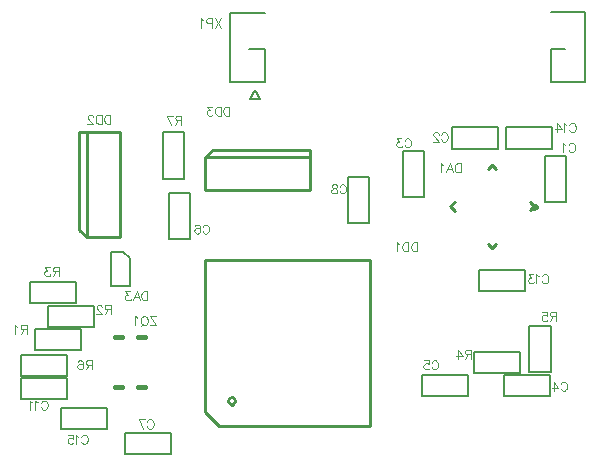
<source format=gbo>
G04 Rezonit PCAD EXPORT*
G04 layer position = 5*
G04 layer base position = 5*
G04 layer type = 7*
G04 layer flash color = 13*
G04 layer line color = 13*
G04*
G04  File:            M_RPL_9092_R2.GBO, Wed Nov 08 12:16:35 2023*
G04  Source:          P-CAD 2006 PCB, Version 19.02.958, (S:\Ïðîåêòû\GIT\R_DX_DXE_âçðûâîçàùèùåííûé_ïóëüò\Pcb\Pcad\M_Rpl_9092_r2.pcb)*
G04  Format:          Gerber Format (RS-274-D), ASCII*
G04*
G04  Format Options:  Absolute Positioning*
G04                   Leading-Zero Suppression*
G04                   Scale Factor 1:1*
G04                   NO Circular Interpolation*
G04                   Millimeter Units*
G04                   Numeric Format: 4.4 (XXXX.XXXX)*
G04                   G54 NOT Used for Aperture Change*
G04                   Apertures Embedded*
G04*
G04  File Options:    Offset = (0.000mm,0.000mm)*
G04                   Drill Symbol Size = 0.000mm*
G04                   No Pad/Via Holes*
G04*
G04  File Contents:   No Pads*
G04                   No Vias*
G04                   Designators*
G04                   No Types*
G04                   No Values*
G04                   No Drill Symbols*
G04                   Bot Silk*
G04*
%INM_RPL_9092_R2.GBO*%
%ICAS*%
%MOMM*%
G04*
G04  Aperture MACROs for general use --- invoked via D-code assignment *
G04*
G04  General MACRO for flashed round with rotation and/or offset hole *
%AMROTOFFROUND*
1,1,$1,0.0000,0.0000*
1,0,$2,$3,$4*%
G04*
G04  General MACRO for flashed oval (obround) with rotation and/or offset hole *
%AMROTOFFOVAL*
21,1,$1,$2,0.0000,0.0000,$3*
1,1,$4,$5,$6*
1,1,$4,0-$5,0-$6*
1,0,$7,$8,$9*%
G04*
G04  General MACRO for flashed oval (obround) with rotation and no hole *
%AMROTOVALNOHOLE*
21,1,$1,$2,0.0000,0.0000,$3*
1,1,$4,$5,$6*
1,1,$4,0-$5,0-$6*%
G04*
G04  General MACRO for flashed rectangle with rotation and/or offset hole *
%AMROTOFFRECT*
21,1,$1,$2,0.0000,0.0000,$3*
1,0,$4,$5,$6*%
G04*
G04  General MACRO for flashed rectangle with rotation and no hole *
%AMROTRECTNOHOLE*
21,1,$1,$2,0.0000,0.0000,$3*%
G04*
G04  General MACRO for flashed rounded-rectangle *
%AMROUNDRECT*
21,1,$1,$2-$4,0.0000,0.0000,$3*
21,1,$1-$4,$2,0.0000,0.0000,$3*
1,1,$4,$5,$6*
1,1,$4,$7,$8*
1,1,$4,0-$5,0-$6*
1,1,$4,0-$7,0-$8*
1,0,$9,$10,$11*%
G04*
G04  General MACRO for flashed rounded-rectangle with rotation and no hole *
%AMROUNDRECTNOHOLE*
21,1,$1,$2-$4,0.0000,0.0000,$3*
21,1,$1-$4,$2,0.0000,0.0000,$3*
1,1,$4,$5,$6*
1,1,$4,$7,$8*
1,1,$4,0-$5,0-$6*
1,1,$4,0-$7,0-$8*%
G04*
G04  General MACRO for flashed regular polygon *
%AMREGPOLY*
5,1,$1,0.0000,0.0000,$2,$3+$4*
1,0,$5,$6,$7*%
G04*
G04  General MACRO for flashed regular polygon with no hole *
%AMREGPOLYNOHOLE*
5,1,$1,0.0000,0.0000,$2,$3+$4*%
G04*
G04  General MACRO for target *
%AMTARGET*
6,0,0,$1,$2,$3,4,$4,$5,$6*%
G04*
G04  General MACRO for mounting hole *
%AMMTHOLE*
1,1,$1,0,0*
1,0,$2,0,0*
$1=$1-$2*
$1=$1/2*
21,1,$2+$1,$3,0,0,$4*
21,1,$3,$2+$1,0,0,$4*%
G04*
G04*
G04  D10 : "Ellipse X0.001mm Y0.001mm H0.000mm 0.0deg (0.000mm,0.000mm) Draw"*
G04  Disc: OuterDia=0.0010*
%ADD10C, 0.0010*%
G04  D11 : "Ellipse X0.254mm Y0.254mm H0.000mm 0.0deg (0.000mm,0.000mm) Draw"*
G04  Disc: OuterDia=0.2540*
%ADD11C, 0.2540*%
G04  D12 : "Ellipse X0.381mm Y0.381mm H0.000mm 0.0deg (0.000mm,0.000mm) Draw"*
G04  Disc: OuterDia=0.3810*
%ADD12C, 0.3810*%
G04  D13 : "Ellipse X0.400mm Y0.400mm H0.000mm 0.0deg (0.000mm,0.000mm) Draw"*
G04  Disc: OuterDia=0.4000*
%ADD13C, 0.4000*%
G04  D14 : "Ellipse X0.100mm Y0.100mm H0.000mm 0.0deg (0.000mm,0.000mm) Draw"*
G04  Disc: OuterDia=0.1000*
%ADD14C, 0.1000*%
G04  D15 : "Ellipse X1.000mm Y1.000mm H0.000mm 0.0deg (0.000mm,0.000mm) Draw"*
G04  Disc: OuterDia=1.0000*
%ADD15C, 1.0000*%
G04  D16 : "Ellipse X0.127mm Y0.127mm H0.000mm 0.0deg (0.000mm,0.000mm) Draw"*
G04  Disc: OuterDia=0.1270*
%ADD16C, 0.1270*%
G04  D17 : "Ellipse X0.150mm Y0.150mm H0.000mm 0.0deg (0.000mm,0.000mm) Draw"*
G04  Disc: OuterDia=0.1500*
%ADD17C, 0.1500*%
G04  D18 : "Ellipse X0.154mm Y0.154mm H0.000mm 0.0deg (0.000mm,0.000mm) Draw"*
G04  Disc: OuterDia=0.1540*
%ADD18C, 0.1540*%
G04  D19 : "Ellipse X0.200mm Y0.200mm H0.000mm 0.0deg (0.000mm,0.000mm) Draw"*
G04  Disc: OuterDia=0.2000*
%ADD19C, 0.2000*%
G04  D20 : "Ellipse X0.250mm Y0.250mm H0.000mm 0.0deg (0.000mm,0.000mm) Draw"*
G04  Disc: OuterDia=0.2500*
%ADD20C, 0.2500*%
G04  D21 : "Ellipse X3.152mm Y3.152mm H0.000mm 0.0deg (0.000mm,0.000mm) Flash"*
G04  Disc: OuterDia=3.1520*
%ADD21C, 3.1520*%
G04  D22 : "Ellipse X0.952mm Y0.952mm H0.000mm 0.0deg (0.000mm,0.000mm) Flash"*
G04  Disc: OuterDia=0.9520*
%ADD22C, 0.9520*%
G04  D23 : "Ellipse X1.524mm Y1.524mm H0.000mm 0.0deg (0.000mm,0.000mm) Flash"*
G04  Disc: OuterDia=1.5240*
%ADD23C, 1.5240*%
G04  D24 : "Ellipse X1.600mm Y1.600mm H0.000mm 0.0deg (0.000mm,0.000mm) Flash"*
G04  Disc: OuterDia=1.6000*
%ADD24C, 1.6000*%
G04  D25 : "Ellipse X1.676mm Y1.676mm H0.000mm 0.0deg (0.000mm,0.000mm) Flash"*
G04  Disc: OuterDia=1.6760*
%ADD25C, 1.6760*%
G04  D26 : "Ellipse X1.752mm Y1.752mm H0.000mm 0.0deg (0.000mm,0.000mm) Flash"*
G04  Disc: OuterDia=1.7520*
%ADD26C, 1.7520*%
G04  D27 : "Mounting Hole X3.000mm Y3.000mm H0.000mm 0.0deg (0.000mm,0.000mm) Flash"*
G04  Mounting Hole: Diameter=3.0000, Rotation=0.0, LineWidth=0.1270 *
%ADD27MTHOLE, 3.0000 X2.4920 X0.1270 X0.0*%
G04  D28 : "Mounting Hole X0.800mm Y0.800mm H0.000mm 0.0deg (0.000mm,0.000mm) Flash"*
G04  Mounting Hole: Diameter=0.8000, Rotation=0.0, LineWidth=0.1270 *
%ADD28MTHOLE, 0.8000 X0.2920 X0.1270 X0.0*%
G04  D29 : "Oval X0.500mm Y2.600mm H0.000mm 0.0deg (0.000mm,0.000mm) Flash"*
G04  Obround: DimX=0.5000, DimY=2.6000, Rotation=0.0, OffsetX=0.0000, OffsetY=0.0000, HoleDia=0.0000 *
%ADD29O, 0.5000 X2.6000*%
G04  D30 : "Oval X0.652mm Y2.752mm H0.000mm 0.0deg (0.000mm,0.000mm) Flash"*
G04  Obround: DimX=0.6520, DimY=2.7520, Rotation=0.0, OffsetX=0.0000, OffsetY=0.0000, HoleDia=0.0000 *
%ADD30O, 0.6520 X2.7520*%
G04  D31 : "Oval X0.280mm Y1.000mm H0.000mm 135.0deg (0.000mm,0.000mm) Flash"*
G04  Obround: DimX=0.2800, DimY=1.0000, Rotation=135.0, OffsetX=0.0000, OffsetY=0.0000, HoleDia=0.0000 *
%ADD31ROTOVALNOHOLE, 0.2800 X0.7200 X135.0 X0.2800 X0.2546 X0.2546*%
G04  D32 : "Oval X0.280mm Y1.000mm H0.000mm 225.0deg (0.000mm,0.000mm) Flash"*
G04  Obround: DimX=0.2800, DimY=1.0000, Rotation=225.0, OffsetX=0.0000, OffsetY=0.0000, HoleDia=0.0000 *
%ADD32ROTOVALNOHOLE, 0.2800 X0.7200 X225.0 X0.2800 X-0.2546 X0.2546*%
G04  D33 : "Oval X0.432mm Y1.152mm H0.000mm 135.0deg (0.000mm,0.000mm) Flash"*
G04  Obround: DimX=0.4320, DimY=1.1520, Rotation=135.0, OffsetX=0.0000, OffsetY=0.0000, HoleDia=0.0000 *
%ADD33ROTOVALNOHOLE, 0.4320 X0.7200 X135.0 X0.4320 X0.2546 X0.2546*%
G04  D34 : "Oval X0.432mm Y1.152mm H0.000mm 225.0deg (0.000mm,0.000mm) Flash"*
G04  Obround: DimX=0.4320, DimY=1.1520, Rotation=225.0, OffsetX=0.0000, OffsetY=0.0000, HoleDia=0.0000 *
%ADD34ROTOVALNOHOLE, 0.4320 X0.7200 X225.0 X0.4320 X-0.2546 X0.2546*%
G04  D35 : "Oval X2.032mm Y0.660mm H0.000mm 0.0deg (0.000mm,0.000mm) Flash"*
G04  Obround: DimX=2.0320, DimY=0.6604, Rotation=0.0, OffsetX=0.0000, OffsetY=0.0000, HoleDia=0.0000 *
%ADD35O, 2.0320 X0.6604*%
G04  D36 : "Oval X0.660mm Y2.032mm H0.000mm 0.0deg (0.000mm,0.000mm) Flash"*
G04  Obround: DimX=0.6604, DimY=2.0320, Rotation=0.0, OffsetX=0.0000, OffsetY=0.0000, HoleDia=0.0000 *
%ADD36O, 0.6604 X2.0320*%
G04  D37 : "Oval X2.184mm Y0.812mm H0.000mm 0.0deg (0.000mm,0.000mm) Flash"*
G04  Obround: DimX=2.1840, DimY=0.8124, Rotation=0.0, OffsetX=0.0000, OffsetY=0.0000, HoleDia=0.0000 *
%ADD37O, 2.1840 X0.8124*%
G04  D38 : "Oval X0.812mm Y2.184mm H0.000mm 0.0deg (0.000mm,0.000mm) Flash"*
G04  Obround: DimX=0.8124, DimY=2.1840, Rotation=0.0, OffsetX=0.0000, OffsetY=0.0000, HoleDia=0.0000 *
%ADD38O, 0.8124 X2.1840*%
G04  D39 : "Rounded Rectangle X3.200mm Y3.200mm H0.000mm 225.0deg (0.000mm,0.000mm) Flash"*
G04  RoundRct: DimX=3.2000, DimY=3.2000, CornerRad=0.8000, Rotation=225.0, OffsetX=0.0000, OffsetY=0.0000, HoleDia=0.0000 *
%ADD39ROUNDRECTNOHOLE, 3.2000 X3.2000 X225.0 X1.6000 X0.0000 X1.1314 X1.1314 X-0.0000*%
G04  D40 : "Rounded Rectangle X3.352mm Y3.352mm H0.000mm 225.0deg (0.000mm,0.000mm) Flash"*
G04  RoundRct: DimX=3.3520, DimY=3.3520, CornerRad=0.8380, Rotation=225.0, OffsetX=0.0000, OffsetY=0.0000, HoleDia=0.0000 *
%ADD40ROUNDRECTNOHOLE, 3.3520 X3.3520 X225.0 X1.6760 X0.0000 X1.1851 X1.1851 X-0.0000*%
G04  D41 : "Rounded Rectangle X1.500mm Y0.660mm H0.000mm 0.0deg (0.000mm,0.000mm) Flash"*
G04  RoundRct: DimX=1.5000, DimY=0.6604, CornerRad=0.1651, Rotation=0.0, OffsetX=0.0000, OffsetY=0.0000, HoleDia=0.0000 *
%ADD41ROUNDRECTNOHOLE, 1.5000 X0.6604 X0.0 X0.3302 X-0.5849 X-0.1651 X-0.5849 X0.1651*%
G04  D42 : "Rounded Rectangle X1.652mm Y0.812mm H0.000mm 0.0deg (0.000mm,0.000mm) Flash"*
G04  RoundRct: DimX=1.6520, DimY=0.8124, CornerRad=0.2031, Rotation=0.0, OffsetX=0.0000, OffsetY=0.0000, HoleDia=0.0000 *
%ADD42ROUNDRECTNOHOLE, 1.6520 X0.8124 X0.0 X0.4062 X-0.6229 X-0.2031 X-0.6229 X0.2031*%
G04  D43 : "Rectangle X0.500mm Y2.600mm H0.000mm 0.0deg (0.000mm,0.000mm) Flash"*
G04  Rectangular: DimX=0.5000, DimY=2.6000, Rotation=0.0, OffsetX=0.0000, OffsetY=0.0000, HoleDia=0.0000 *
%ADD43R, 0.5000 X2.6000*%
G04  D44 : "Rectangle X0.652mm Y2.752mm H0.000mm 0.0deg (0.000mm,0.000mm) Flash"*
G04  Rectangular: DimX=0.6520, DimY=2.7520, Rotation=0.0, OffsetX=0.0000, OffsetY=0.0000, HoleDia=0.0000 *
%ADD44R, 0.6520 X2.7520*%
G04  D45 : "Rectangle X0.280mm Y1.000mm H0.000mm 225.0deg (0.000mm,0.000mm) Flash"*
G04  Rectangular: DimX=0.2800, DimY=1.0000, Rotation=225.0, OffsetX=0.0000, OffsetY=0.0000, HoleDia=0.0000 *
%ADD45ROTRECTNOHOLE, 0.2800 X1.0000 X225.0*%
G04  D46 : "Rectangle X2.150mm Y3.500mm H0.000mm 0.0deg (0.000mm,0.000mm) Flash"*
G04  Rectangular: DimX=2.1500, DimY=3.5000, Rotation=0.0, OffsetX=0.0000, OffsetY=0.0000, HoleDia=0.0000 *
%ADD46R, 2.1500 X3.5000*%
G04  D47 : "Rectangle X2.302mm Y3.652mm H0.000mm 0.0deg (0.000mm,0.000mm) Flash"*
G04  Rectangular: DimX=2.3020, DimY=3.6520, Rotation=0.0, OffsetX=0.0000, OffsetY=0.0000, HoleDia=0.0000 *
%ADD47R, 2.3020 X3.6520*%
G04  D48 : "Rectangle X0.402mm Y1.752mm H0.000mm 0.0deg (0.000mm,0.000mm) Flash"*
G04  Rectangular: DimX=0.4020, DimY=1.7520, Rotation=0.0, OffsetX=0.0000, OffsetY=0.0000, HoleDia=0.0000 *
%ADD48R, 0.4020 X1.7520*%
G04  D49 : "Rectangle X1.752mm Y0.402mm H0.000mm 0.0deg (0.000mm,0.000mm) Flash"*
G04  Rectangular: DimX=1.7520, DimY=0.4020, Rotation=0.0, OffsetX=0.0000, OffsetY=0.0000, HoleDia=0.0000 *
%ADD49R, 1.7520 X0.4020*%
G04  D50 : "Rectangle X0.432mm Y1.152mm H0.000mm 225.0deg (0.000mm,0.000mm) Flash"*
G04  Rectangular: DimX=0.4320, DimY=1.1520, Rotation=225.0, OffsetX=0.0000, OffsetY=0.0000, HoleDia=0.0000 *
%ADD50ROTRECTNOHOLE, 0.4320 X1.1520 X225.0*%
G04  D51 : "Rectangle X1.100mm Y4.600mm H0.000mm 0.0deg (0.000mm,0.000mm) Flash"*
G04  Rectangular: DimX=1.1000, DimY=4.6000, Rotation=0.0, OffsetX=0.0000, OffsetY=0.0000, HoleDia=0.0000 *
%ADD51R, 1.1000 X4.6000*%
G04  D52 : "Rectangle X1.252mm Y4.752mm H0.000mm 0.0deg (0.000mm,0.000mm) Flash"*
G04  Rectangular: DimX=1.2520, DimY=4.7520, Rotation=0.0, OffsetX=0.0000, OffsetY=0.0000, HoleDia=0.0000 *
%ADD52R, 1.2520 X4.7520*%
G04  D53 : "Rectangle X1.100mm Y1.200mm H0.000mm 0.0deg (0.000mm,0.000mm) Flash"*
G04  Rectangular: DimX=1.1000, DimY=1.2000, Rotation=0.0, OffsetX=0.0000, OffsetY=0.0000, HoleDia=0.0000 *
%ADD53R, 1.1000 X1.2000*%
G04  D54 : "Rectangle X1.200mm Y1.100mm H0.000mm 0.0deg (0.000mm,0.000mm) Flash"*
G04  Rectangular: DimX=1.2000, DimY=1.1000, Rotation=0.0, OffsetX=0.0000, OffsetY=0.0000, HoleDia=0.0000 *
%ADD54R, 1.2000 X1.1000*%
G04  D55 : "Rectangle X2.150mm Y1.100mm H0.000mm 0.0deg (0.000mm,0.000mm) Flash"*
G04  Rectangular: DimX=2.1500, DimY=1.1000, Rotation=0.0, OffsetX=0.0000, OffsetY=0.0000, HoleDia=0.0000 *
%ADD55R, 2.1500 X1.1000*%
G04  D56 : "Rectangle X2.150mm Y1.100mm H0.000mm 0.0deg (0.000mm,0.000mm) Flash"*
G04  Rectangular: DimX=2.1500, DimY=1.1000, Rotation=0.0, OffsetX=0.0000, OffsetY=0.0000, HoleDia=0.0000 *
%ADD56R, 2.1500 X1.1000*%
G04  D57 : "Rectangle X1.200mm Y1.200mm H0.000mm 0.0deg (0.000mm,0.000mm) Flash"*
G04  Square: Side=1.2000, Rotation=0.0, OffsetX=0.0000, OffsetY=0.0000, HoleDia=0.0000*
%ADD57R, 1.2000 X1.2000*%
G04  D58 : "Rectangle X1.252mm Y1.352mm H0.000mm 0.0deg (0.000mm,0.000mm) Flash"*
G04  Rectangular: DimX=1.2520, DimY=1.3520, Rotation=0.0, OffsetX=0.0000, OffsetY=0.0000, HoleDia=0.0000 *
%ADD58R, 1.2520 X1.3520*%
G04  D59 : "Rectangle X1.352mm Y1.252mm H0.000mm 0.0deg (0.000mm,0.000mm) Flash"*
G04  Rectangular: DimX=1.3520, DimY=1.2520, Rotation=0.0, OffsetX=0.0000, OffsetY=0.0000, HoleDia=0.0000 *
%ADD59R, 1.3520 X1.2520*%
G04  D60 : "Rectangle X2.302mm Y1.252mm H0.000mm 0.0deg (0.000mm,0.000mm) Flash"*
G04  Rectangular: DimX=2.3020, DimY=1.2520, Rotation=0.0, OffsetX=0.0000, OffsetY=0.0000, HoleDia=0.0000 *
%ADD60R, 2.3020 X1.2520*%
G04  D61 : "Rectangle X2.302mm Y1.252mm H0.000mm 0.0deg (0.000mm,0.000mm) Flash"*
G04  Rectangular: DimX=2.3020, DimY=1.2520, Rotation=0.0, OffsetX=0.0000, OffsetY=0.0000, HoleDia=0.0000 *
%ADD61R, 2.3020 X1.2520*%
G04  D62 : "Rectangle X1.352mm Y1.352mm H0.000mm 0.0deg (0.000mm,0.000mm) Flash"*
G04  Square: Side=1.3520, Rotation=0.0, OffsetX=0.0000, OffsetY=0.0000, HoleDia=0.0000*
%ADD62R, 1.3520 X1.3520*%
G04  D63 : "Rectangle X1.500mm Y0.660mm H0.000mm 0.0deg (0.000mm,0.000mm) Flash"*
G04  Rectangular: DimX=1.5000, DimY=0.6604, Rotation=0.0, OffsetX=0.0000, OffsetY=0.0000, HoleDia=0.0000 *
%ADD63R, 1.5000 X0.6604*%
G04  D64 : "Rectangle X1.600mm Y1.600mm H0.000mm 0.0deg (0.000mm,0.000mm) Flash"*
G04  Square: Side=1.6000, Rotation=0.0, OffsetX=0.0000, OffsetY=0.0000, HoleDia=0.0000*
%ADD64R, 1.6000 X1.6000*%
G04  D65 : "Rectangle X1.652mm Y0.812mm H0.000mm 0.0deg (0.000mm,0.000mm) Flash"*
G04  Rectangular: DimX=1.6520, DimY=0.8124, Rotation=0.0, OffsetX=0.0000, OffsetY=0.0000, HoleDia=0.0000 *
%ADD65R, 1.6520 X0.8124*%
G04  D66 : "Rectangle X1.752mm Y1.752mm H0.000mm 0.0deg (0.000mm,0.000mm) Flash"*
G04  Square: Side=1.7520, Rotation=0.0, OffsetX=0.0000, OffsetY=0.0000, HoleDia=0.0000*
%ADD66R, 1.7520 X1.7520*%
G04  D67 : "Rectangle X2.032mm Y0.660mm H0.000mm 0.0deg (0.000mm,0.000mm) Flash"*
G04  Rectangular: DimX=2.0320, DimY=0.6604, Rotation=0.0, OffsetX=0.0000, OffsetY=0.0000, HoleDia=0.0000 *
%ADD67R, 2.0320 X0.6604*%
G04  D68 : "Rectangle X0.660mm Y2.032mm H0.000mm 0.0deg (0.000mm,0.000mm) Flash"*
G04  Rectangular: DimX=0.6604, DimY=2.0320, Rotation=0.0, OffsetX=0.0000, OffsetY=0.0000, HoleDia=0.0000 *
%ADD68R, 0.6604 X2.0320*%
G04  D69 : "Rectangle X2.184mm Y0.812mm H0.000mm 0.0deg (0.000mm,0.000mm) Flash"*
G04  Rectangular: DimX=2.1840, DimY=0.8124, Rotation=0.0, OffsetX=0.0000, OffsetY=0.0000, HoleDia=0.0000 *
%ADD69R, 2.1840 X0.8124*%
G04  D70 : "Rectangle X0.812mm Y2.184mm H0.000mm 0.0deg (0.000mm,0.000mm) Flash"*
G04  Rectangular: DimX=0.8124, DimY=2.1840, Rotation=0.0, OffsetX=0.0000, OffsetY=0.0000, HoleDia=0.0000 *
%ADD70R, 0.8124 X2.1840*%
G04  D71 : "Rectangle X1.600mm Y2.200mm H0.000mm 0.0deg (0.000mm,0.000mm) Flash"*
G04  Rectangular: DimX=1.6000, DimY=2.2000, Rotation=0.0, OffsetX=0.0000, OffsetY=0.0000, HoleDia=0.0000 *
%ADD71R, 1.6000 X2.2000*%
G04  D72 : "Rectangle X0.250mm Y1.600mm H0.000mm 0.0deg (0.000mm,0.000mm) Flash"*
G04  Rectangular: DimX=0.2500, DimY=1.6000, Rotation=0.0, OffsetX=0.0000, OffsetY=0.0000, HoleDia=0.0000 *
%ADD72R, 0.2500 X1.6000*%
G04  D73 : "Rectangle X1.600mm Y0.250mm H0.000mm 0.0deg (0.000mm,0.000mm) Flash"*
G04  Rectangular: DimX=1.6000, DimY=0.2500, Rotation=0.0, OffsetX=0.0000, OffsetY=0.0000, HoleDia=0.0000 *
%ADD73R, 1.6000 X0.2500*%
G04  D74 : "Rectangle X1.800mm Y2.400mm H0.000mm 0.0deg (0.000mm,0.000mm) Flash"*
G04  Rectangular: DimX=1.8000, DimY=2.4000, Rotation=0.0, OffsetX=0.0000, OffsetY=0.0000, HoleDia=0.0000 *
%ADD74R, 1.8000 X2.4000*%
G04  D75 : "Ellipse X1.000mm Y1.000mm H0.000mm 0.0deg (0.000mm,0.000mm) Flash"*
G04  Disc: OuterDia=1.0000*
%ADD75C, 1.0000*%
G04  D76 : "Ellipse X1.152mm Y1.152mm H0.000mm 0.0deg (0.000mm,0.000mm) Flash"*
G04  Disc: OuterDia=1.1520*
%ADD76C, 1.1520*%
G04*
%FSLAX44Y44*%
%SFA1B1*%
%OFA0.000B0.000*%
G04*
G71*
G90*
G01*
D2*
%LNBot Silk*%
D17*
X6688500Y10188000*
Y10206000D1*
X6649500D2*
Y10188000D1*
X6688500*
Y10206000D2*
X6649500D1*
D2*
D14*
X6666642Y10184682*
X6667007Y10185412D1*
X6667738Y10186142*
X6668468Y10186507*
X6669928*
X6670658Y10186142*
X6671388Y10185412*
X6671753Y10184682*
X6672118Y10183587*
Y10181761*
X6671753Y10180666*
X6671388Y10179936*
X6670658Y10179206*
X6669928Y10178841*
X6668468*
X6667738Y10179206*
X6667007Y10179936*
X6666642Y10180666*
X6663722Y10185047D2*
X6662992Y10185412D1*
X6661896Y10186507*
Y10178841*
X6658976Y10185047D2*
X6658246Y10185412D1*
X6657150Y10186507*
Y10178841*
D2*
D17*
X6661500Y10247000*
Y10229000D1*
X6700500D2*
Y10247000D1*
X6661500*
Y10229000D2*
X6700500D1*
D2*
D14*
X6654419Y10246915*
X6651104D1*
X6649999Y10247283*
X6649631Y10247651*
X6649263Y10248388*
Y10249125*
X6649631Y10249861*
X6649999Y10250229*
X6651104Y10250598*
X6654419*
Y10242863*
X6651841Y10246915D2*
X6649263Y10242863D1*
X6646316Y10249125D2*
X6645580Y10249493D1*
X6644475Y10250598*
Y10242863*
D2*
D17*
X6737940Y10159280*
Y10141280D1*
X6776940D2*
Y10159280D1*
X6737940*
Y10141280D2*
X6776940D1*
D2*
D14*
X6756366Y10168716*
X6756733Y10169449D1*
X6757466Y10170182*
X6758199Y10170548*
X6759665*
X6760398Y10170182*
X6761131Y10169449*
X6761498Y10168716*
X6761864Y10167616*
Y10165783*
X6761498Y10164684*
X6761131Y10163951*
X6760398Y10163218*
X6759665Y10162851*
X6758199*
X6757466Y10163218*
X6756733Y10163951*
X6756366Y10164684*
X6753067Y10162851D2*
X6749402Y10170548D1*
X6754533*
D2*
D17*
X6657500Y10287000*
Y10269000D1*
X6696500D2*
Y10287000D1*
X6657500*
Y10269000D2*
X6696500D1*
D2*
D14*
X6681498Y10295883*
X6678199D1*
X6677099Y10296249*
X6676733Y10296616*
X6676366Y10297349*
Y10298082*
X6676733Y10298815*
X6677099Y10299182*
X6678199Y10299548*
X6681498*
Y10291851*
X6678932Y10295883D2*
X6676366Y10291851D1*
X6673800Y10299548D2*
X6669768D1*
X6671968Y10296616*
X6670868*
X6670135Y10296249*
X6669768Y10295883*
X6669402Y10294783*
Y10294050*
X6669768Y10292951*
X6670501Y10292218*
X6671601Y10291851*
X6672701*
X6673800Y10292218*
X6674167Y10292584*
X6674533Y10293317*
D2*
D13*
X6754858Y10240272*
X6748858D1*
X6754858Y10198272D2*
X6748858D1*
X6734858Y10240272D2*
X6728858D1*
X6734858Y10198272D2*
X6728858D1*
D2*
D14*
X6763908Y10258013*
X6758811D1*
X6763908Y10250369*
X6758811*
X6754807Y10258013D2*
X6755535Y10257649D1*
X6756263Y10256921*
X6756627Y10256193*
X6756991Y10255101*
Y10253281*
X6756627Y10252189*
X6756263Y10251461*
X6755535Y10250733*
X6754807Y10250369*
X6753351*
X6752623Y10250733*
X6751895Y10251461*
X6751531Y10252189*
X6751167Y10253281*
Y10255101*
X6751531Y10256193*
X6751895Y10256921*
X6752623Y10257649*
X6753351Y10258013*
X6754807*
X6753715Y10251825D2*
X6751531Y10249641D1*
X6748255Y10256557D2*
X6747527Y10256921D1*
X6746435Y10258013*
Y10250369*
D2*
D18*
X6741888Y10283124*
Y10307000D1*
X6725886Y10283124D2*
X6741888D1*
X6725886Y10312080D2*
Y10283124D1*
X6741888Y10307000D2*
X6736300Y10312080D1*
X6725886*
D2*
D14*
X6756546Y10278996*
Y10271365D1*
X6754002*
X6752912Y10271728*
X6752185Y10272455*
X6751822Y10273182*
X6751458Y10274272*
Y10276089*
X6751822Y10277179*
X6752185Y10277906*
X6752912Y10278633*
X6754002Y10278996*
X6756546*
X6744554Y10271365D2*
X6747461Y10278996D1*
X6750368Y10271365*
X6749278Y10273909D2*
X6745644D1*
X6742010Y10278996D2*
X6738012D1*
X6740193Y10276089*
X6739103*
X6738376Y10275726*
X6738012Y10275362*
X6737649Y10274272*
Y10273545*
X6738012Y10272455*
X6738739Y10271728*
X6739829Y10271365*
X6740920*
X6742010Y10271728*
X6742373Y10272092*
X6742737Y10272818*
D2*
D17*
X7033500Y10228000*
Y10210000D1*
X7072500D2*
Y10228000D1*
X7033500*
Y10210000D2*
X7072500D1*
D2*
D14*
X7030677Y10225879*
X7027380D1*
X7026281Y10226245*
X7025915Y10226611*
X7025549Y10227344*
Y10228076*
X7025915Y10228809*
X7026281Y10229175*
X7027380Y10229542*
X7030677*
Y10221849*
X7028113Y10225879D2*
X7025549Y10221849D1*
X7020054D2*
Y10229542D1*
X7023717Y10224413*
X7018223*
D2*
D17*
X6973000Y10358500*
X6991000D1*
Y10397500D2*
X6973000D1*
Y10358500*
X6991000D2*
Y10397500D1*
D2*
D14*
X6974366Y10406716*
X6974733Y10407449D1*
X6975466Y10408182*
X6976199Y10408548*
X6977665*
X6978398Y10408182*
X6979131Y10407449*
X6979498Y10406716*
X6979864Y10405616*
Y10403783*
X6979498Y10402684*
X6979131Y10401951*
X6978398Y10401218*
X6977665Y10400851*
X6976199*
X6975466Y10401218*
X6974733Y10401951*
X6974366Y10402684*
X6971800Y10408548D2*
X6967768D1*
X6969968Y10405616*
X6968868*
X6968135Y10405249*
X6967768Y10404883*
X6967402Y10403783*
Y10403050*
X6967768Y10401951*
X6968501Y10401218*
X6969601Y10400851*
X6970701*
X6971800Y10401218*
X6972167Y10401584*
X6972533Y10402317*
D2*
D17*
X7093000Y10354500*
X7111000D1*
Y10393500D2*
X7093000D1*
Y10354500*
X7111000D2*
Y10393500D1*
D2*
D14*
X7113263Y10402756*
X7113631Y10403493D1*
X7114368Y10404229*
X7115104Y10404598*
X7116578*
X7117314Y10404229*
X7118051Y10403493*
X7118419Y10402756*
X7118787Y10401651*
Y10399810*
X7118419Y10398705*
X7118051Y10397968*
X7117314Y10397232*
X7116578Y10396863*
X7115104*
X7114368Y10397232*
X7113631Y10397968*
X7113263Y10398705*
X7110316Y10403125D2*
X7109580Y10403493D1*
X7108475Y10404598*
Y10396863*
D2*
D17*
X6683819Y10180044*
Y10162044D1*
X6722819D2*
Y10180044D1*
X6683819*
Y10162044D2*
X6722819D1*
D2*
D14*
X6700731Y10155661*
X6701095Y10156389D1*
X6701823Y10157117*
X6702551Y10157481*
X6704008*
X6704736Y10157117*
X6705465Y10156389*
X6705829Y10155661*
X6706193Y10154568*
Y10152747*
X6705829Y10151655*
X6705465Y10150927*
X6704736Y10150198*
X6704008Y10149834*
X6702551*
X6701823Y10150198*
X6701095Y10150927*
X6700731Y10151655*
X6697818Y10156025D2*
X6697089Y10156389D1*
X6695997Y10157481*
Y10149834*
X6689806Y10157481D2*
X6693448D1*
X6693812Y10154204*
X6693448Y10154568*
X6692355Y10154932*
X6691263*
X6690171Y10154568*
X6689442Y10153840*
X6689078Y10152747*
Y10152019*
X6689442Y10150927*
X6690171Y10150198*
X6691263Y10149834*
X6692355*
X6693448Y10150198*
X6693812Y10150563*
X6694176Y10151291*
D2*
D17*
X6672500Y10267000*
Y10249000D1*
X6711500D2*
Y10267000D1*
X6672500*
Y10249000D2*
X6711500D1*
D2*
D14*
X6725498Y10263883*
X6722199D1*
X6721099Y10264249*
X6720733Y10264616*
X6720366Y10265349*
Y10266082*
X6720733Y10266815*
X6721099Y10267182*
X6722199Y10267548*
X6725498*
Y10259851*
X6722932Y10263883D2*
X6720366Y10259851D1*
X6718167Y10265716D2*
Y10266082D1*
X6717800Y10266815*
X6717434Y10267182*
X6716701Y10267548*
X6715235*
X6714501Y10267182*
X6714135Y10266815*
X6713768Y10266082*
Y10265349*
X6714135Y10264616*
X6714868Y10263516*
X6718533Y10259851*
X6713402*
D2*
D17*
X6788000Y10413500*
X6770000D1*
Y10374500D2*
X6788000D1*
Y10413500*
X6770000D2*
Y10374500D1*
D2*
D14*
X6785498Y10423883*
X6782199D1*
X6781099Y10424249*
X6780733Y10424616*
X6780366Y10425349*
Y10426082*
X6780733Y10426815*
X6781099Y10427182*
X6782199Y10427548*
X6785498*
Y10419851*
X6782932Y10423883D2*
X6780366Y10419851D1*
X6777067D2*
X6773402Y10427548D1*
X6778533*
D2*
D17*
X7098862Y10399775*
Y10417775D1*
X7059862D2*
Y10399775D1*
X7098862*
Y10417775D2*
X7059862D1*
D2*
D14*
X7113912Y10419657*
X7114276Y10420385D1*
X7115004Y10421113*
X7115732Y10421478*
X7117188*
X7117916Y10421113*
X7118644Y10420385*
X7119008Y10419657*
X7119372Y10418565*
Y10416745*
X7119008Y10415653*
X7118644Y10414925*
X7117916Y10414197*
X7117188Y10413833*
X7115732*
X7115004Y10414197*
X7114276Y10414925*
X7113912Y10415653*
X7111000Y10420021D2*
X7110272Y10420385D1*
X7109179Y10421478*
Y10413833*
X7103719D2*
Y10421478D1*
X7107359Y10416381*
X7101899*
D2*
D17*
X6688500Y10207000*
Y10225000D1*
X6649500D2*
Y10207000D1*
X6688500*
Y10225000D2*
X6649500D1*
D2*
D14*
X6709498Y10216883*
X6706199D1*
X6705099Y10217249*
X6704733Y10217616*
X6704366Y10218349*
Y10219082*
X6704733Y10219815*
X6705099Y10220182*
X6706199Y10220548*
X6709498*
Y10212851*
X6706932Y10216883D2*
X6704366Y10212851D1*
X6697768Y10219449D2*
X6698135Y10220182D1*
X6699235Y10220548*
X6699968*
X6701067Y10220182*
X6701800Y10219082*
X6702167Y10217249*
Y10215417*
X6701800Y10213951*
X6701067Y10213218*
X6699968Y10212851*
X6699601*
X6698501Y10213218*
X6697768Y10213951*
X6697402Y10215050*
Y10215417*
X6697768Y10216516*
X6698501Y10217249*
X6699601Y10217616*
X6699968*
X6701067Y10217249*
X6701800Y10216516*
X6702167Y10215417*
D2*
D11*
X6817113Y10165174*
X6805113Y10177174D1*
X6828113Y10183174D2*
X6830234Y10184052D1*
X6831113Y10186174*
X6830234Y10188295*
X6828113Y10189174*
X6825991Y10188295*
X6825113Y10186174*
X6825991Y10184052*
X6828113Y10183174*
X6945113Y10165174D2*
X6817113D1*
X6945113Y10305174D2*
X6805113D1*
Y10177174*
X6945113Y10305174D2*
Y10165174D1*
D2*
D14*
X6985008Y10320478*
Y10312833D1*
X6982460*
X6981368Y10313197*
X6980640Y10313925*
X6980276Y10314653*
X6979912Y10315745*
Y10317565*
X6980276Y10318657*
X6980640Y10319385*
X6981368Y10320113*
X6982460Y10320478*
X6985008*
X6977728D2*
Y10312833D1*
X6975179*
X6974087Y10313197*
X6973359Y10313925*
X6972995Y10314653*
X6972631Y10315745*
Y10317565*
X6972995Y10318657*
X6973359Y10319385*
X6974087Y10320113*
X6975179Y10320478*
X6977728*
X6969719Y10319021D2*
X6968991Y10319385D1*
X6967899Y10320478*
Y10312833*
D2*
D17*
X7028500Y10190000*
Y10208000D1*
X6989500D2*
Y10190000D1*
X7028500*
Y10208000D2*
X6989500D1*
D2*
D14*
X6997366Y10218716*
X6997733Y10219449D1*
X6998466Y10220182*
X6999199Y10220548*
X7000665*
X7001398Y10220182*
X7002131Y10219449*
X7002498Y10218716*
X7002864Y10217616*
Y10215783*
X7002498Y10214684*
X7002131Y10213951*
X7001398Y10213218*
X7000665Y10212851*
X6999199*
X6998466Y10213218*
X6997733Y10213951*
X6997366Y10214684*
X6991135Y10220548D2*
X6994800D1*
X6995167Y10217249*
X6994800Y10217616*
X6993701Y10217983*
X6992601*
X6991501Y10217616*
X6990768Y10216883*
X6990402Y10215783*
Y10215050*
X6990768Y10213951*
X6991501Y10213218*
X6992601Y10212851*
X6993701*
X6994800Y10213218*
X6995167Y10213584*
X6995533Y10214317*
D2*
D17*
X6775000Y10323500*
X6793000D1*
Y10362500D2*
X6775000D1*
Y10323500*
X6793000D2*
Y10362500D1*
D2*
D14*
X6803366Y10333716*
X6803733Y10334449D1*
X6804466Y10335182*
X6805199Y10335548*
X6806665*
X6807398Y10335182*
X6808131Y10334449*
X6808498Y10333716*
X6808864Y10332616*
Y10330783*
X6808498Y10329684*
X6808131Y10328951*
X6807398Y10328218*
X6806665Y10327851*
X6805199*
X6804466Y10328218*
X6803733Y10328951*
X6803366Y10329684*
X6796768Y10334449D2*
X6797135Y10335182D1*
X6798235Y10335548*
X6798968*
X6800067Y10335182*
X6800800Y10334082*
X6801167Y10332249*
Y10330417*
X6800800Y10328951*
X6800067Y10328218*
X6798968Y10327851*
X6798601*
X6797501Y10328218*
X6796768Y10328951*
X6796402Y10330050*
Y10330417*
X6796768Y10331516*
X6797501Y10332249*
X6798601Y10332616*
X6798968*
X6800067Y10332249*
X6800800Y10331516*
X6801167Y10330417*
D2*
D17*
X6944574Y10376043*
X6926574D1*
Y10337043D2*
X6944574D1*
Y10376043*
X6926574D2*
Y10337043D1*
D2*
D14*
X6919366Y10367716*
X6919733Y10368449D1*
X6920466Y10369182*
X6921199Y10369548*
X6922665*
X6923398Y10369182*
X6924131Y10368449*
X6924498Y10367716*
X6924864Y10366616*
Y10364783*
X6924498Y10363684*
X6924131Y10362951*
X6923398Y10362218*
X6922665Y10361851*
X6921199*
X6920466Y10362218*
X6919733Y10362951*
X6919366Y10363684*
X6915701Y10369548D2*
X6916800Y10369182D1*
X6917167Y10368449*
Y10367716*
X6916800Y10366983*
X6916067Y10366616*
X6914601Y10366249*
X6913501Y10365883*
X6912768Y10365150*
X6912402Y10364417*
Y10363317*
X6912768Y10362584*
X6913135Y10362218*
X6914235Y10361851*
X6915701*
X6916800Y10362218*
X6917167Y10362584*
X6917533Y10363317*
Y10364417*
X6917167Y10365150*
X6916434Y10365883*
X6915334Y10366249*
X6913868Y10366616*
X6913135Y10366983*
X6912768Y10367716*
Y10368449*
X6913135Y10369182*
X6914235Y10369548*
X6915701*
D2*
D17*
X7058500Y10208000*
Y10190000D1*
X7097500D2*
Y10208000D1*
X7058500*
Y10190000D2*
X7097500D1*
D2*
D14*
X7106549Y10200710*
X7106915Y10201443D1*
X7107648Y10202175*
X7108380Y10202542*
X7109846*
X7110578Y10202175*
X7111311Y10201443*
X7111677Y10200710*
X7112043Y10199611*
Y10197780*
X7111677Y10196681*
X7111311Y10195948*
X7110578Y10195216*
X7109846Y10194849*
X7108380*
X7107648Y10195216*
X7106915Y10195948*
X7106549Y10196681*
X7101054Y10194849D2*
Y10202542D1*
X7104717Y10197413*
X7099223*
D2*
D17*
X7080000Y10210500*
X7098000D1*
Y10249500D2*
X7080000D1*
Y10210500*
X7098000D2*
Y10249500D1*
D2*
D14*
X7102498Y10257883*
X7099199D1*
X7098099Y10258249*
X7097733Y10258616*
X7097366Y10259349*
Y10260082*
X7097733Y10260815*
X7098099Y10261182*
X7099199Y10261548*
X7102498*
Y10253851*
X7099932Y10257883D2*
X7097366Y10253851D1*
X7091135Y10261548D2*
X7094800D1*
X7095167Y10258249*
X7094800Y10258616*
X7093701Y10258983*
X7092601*
X7091501Y10258616*
X7090768Y10257883*
X7090402Y10256783*
Y10256050*
X7090768Y10254951*
X7091501Y10254218*
X7092601Y10253851*
X7093701*
X7094800Y10254218*
X7095167Y10254584*
X7095533Y10255317*
D2*
D11*
X6812000Y10398840*
X6805650Y10392490D1*
X6894550*
Y10398840D2*
X6812000D1*
X6805650Y10364550D2*
X6894550D1*
Y10398840*
X6805650Y10392490D2*
Y10364550D1*
D2*
D14*
X6826082Y10435458*
Y10427828D1*
X6823539*
X6822449Y10428192*
X6821722Y10428918*
X6821359Y10429645*
X6820996Y10430735*
Y10432551*
X6821359Y10433641*
X6821722Y10434368*
X6822449Y10435094*
X6823539Y10435458*
X6826082*
X6818816D2*
Y10427828D1*
X6816273*
X6815183Y10428192*
X6814456Y10428918*
X6814093Y10429645*
X6813730Y10430735*
Y10432551*
X6814093Y10433641*
X6814456Y10434368*
X6815183Y10435094*
X6816273Y10435458*
X6818816*
X6811187D2*
X6807190D1*
X6809370Y10432551*
X6808280*
X6807554Y10432188*
X6807190Y10431825*
X6806827Y10430735*
Y10430008*
X6807190Y10428918*
X6807917Y10428192*
X6809007Y10427828*
X6810097*
X6811187Y10428192*
X6811550Y10428555*
X6811913Y10429282*
D2*
D17*
X7014484Y10417762*
Y10399762D1*
X7053484D2*
Y10417762D1*
X7014484*
Y10399762D2*
X7053484D1*
D2*
D14*
X7005366Y10411716*
X7005733Y10412449D1*
X7006466Y10413182*
X7007199Y10413548*
X7008665*
X7009398Y10413182*
X7010131Y10412449*
X7010498Y10411716*
X7010864Y10410616*
Y10408783*
X7010498Y10407684*
X7010131Y10406951*
X7009398Y10406218*
X7008665Y10405851*
X7007199*
X7006466Y10406218*
X7005733Y10406951*
X7005366Y10407684*
X7003167Y10411716D2*
Y10412082D1*
X7002800Y10412815*
X7002434Y10413182*
X7001701Y10413548*
X7000235*
X6999501Y10413182*
X6999135Y10412815*
X6998768Y10412082*
Y10411349*
X6999135Y10410616*
X6999868Y10409516*
X7003533Y10405851*
X6998402*
D2*
D17*
X7037500Y10297000*
Y10279000D1*
X7076500D2*
Y10297000D1*
X7037500*
Y10279000D2*
X7076500D1*
D2*
D14*
X7090731Y10291661*
X7091095Y10292389D1*
X7091823Y10293117*
X7092551Y10293481*
X7094008*
X7094736Y10293117*
X7095465Y10292389*
X7095829Y10291661*
X7096193Y10290568*
Y10288747*
X7095829Y10287655*
X7095465Y10286927*
X7094736Y10286198*
X7094008Y10285834*
X7092551*
X7091823Y10286198*
X7091095Y10286927*
X7090731Y10287655*
X7087818Y10292025D2*
X7087089Y10292389D1*
X7085997Y10293481*
Y10285834*
X7083448Y10293481D2*
X7079442D1*
X7081627Y10290568*
X7080535*
X7079806Y10290204*
X7079442Y10289840*
X7079078Y10288747*
Y10288019*
X7079442Y10286927*
X7080171Y10286198*
X7081263Y10285834*
X7082355*
X7083448Y10286198*
X7083812Y10286563*
X7084176Y10287291*
D2*
D11*
X7052127Y10382687*
X7048592Y10386223D1*
X7045056Y10382687*
X7013237Y10350867D2*
X7016772Y10347332D1*
Y10354403D2*
X7013237Y10350867D1*
X7080765Y10347685D2*
X7083947Y10350867D1*
X7080412Y10354403*
D2*
D13*
X7084371Y10349736*
X7086044Y10350184D1*
X7084820Y10351409*
X7084371Y10349736*
D2*
D11*
X7045410Y10318694*
X7048592Y10315512D1*
X7052127Y10319047*
D2*
D14*
X7021829Y10387481*
Y10379834D1*
X7019280*
X7018187Y10380198*
X7017459Y10380927*
X7017095Y10381655*
X7016731Y10382747*
Y10384568*
X7017095Y10385661*
X7017459Y10386389*
X7018187Y10387117*
X7019280Y10387481*
X7021829*
X7009812Y10379834D2*
X7012725Y10387481D1*
X7015638Y10379834*
X7014546Y10382383D2*
X7010904D1*
X7006899Y10386025D2*
X7006171Y10386389D1*
X7005078Y10387481*
Y10379834*
D2*
D19*
X6851600Y10441600*
X6847600Y10449600D1*
X6843600Y10441600D2*
X6847600Y10449600D1*
X6843600Y10441600D2*
X6851600D1*
X6856000Y10456400D2*
X6827000D1*
X6856000Y10484400D2*
Y10456400D1*
Y10484400D2*
X6843000D1*
X7098000D2*
Y10456400D1*
X7127000D2*
X7098000D1*
X7110000Y10484400D2*
X7098000D1*
X6856000Y10514400D2*
X6827000D1*
X7127000Y10515400D2*
X7098000D1*
X6827000Y10514400D2*
Y10456400D1*
X7127000Y10515400D2*
Y10456400D1*
D2*
D14*
X6818907Y10510017*
X6813809Y10502370D1*
Y10510017D2*
X6818907Y10502370D1*
X6811624Y10506011D2*
X6808347D1*
X6807255Y10506376*
X6806890Y10506740*
X6806526Y10507468*
Y10508560*
X6806890Y10509289*
X6807255Y10509653*
X6808347Y10510017*
X6811624*
Y10502370*
X6803613Y10508560D2*
X6802885Y10508925D1*
X6801792Y10510017*
Y10502370*
D2*
D11*
X6699160Y10331000*
X6705510Y10324650D1*
Y10413550*
X6699160D2*
Y10331000D1*
X6733450Y10324650D2*
Y10413550D1*
X6699160*
X6705510Y10324650D2*
X6733450D1*
D2*
D14*
X6725082Y10428458*
Y10420828D1*
X6722539*
X6721449Y10421192*
X6720722Y10421918*
X6720359Y10422645*
X6719996Y10423735*
Y10425551*
X6720359Y10426641*
X6720722Y10427368*
X6721449Y10428094*
X6722539Y10428458*
X6725082*
X6717816D2*
Y10420828D1*
X6715273*
X6714183Y10421192*
X6713456Y10421918*
X6713093Y10422645*
X6712730Y10423735*
Y10425551*
X6713093Y10426641*
X6713456Y10427368*
X6714183Y10428094*
X6715273Y10428458*
X6717816*
X6710550Y10426641D2*
Y10427004D1*
X6710187Y10427731*
X6709823Y10428094*
X6709097Y10428458*
X6707644*
X6706917Y10428094*
X6706554Y10427731*
X6706190Y10427004*
Y10426278*
X6706554Y10425551*
X6707280Y10424461*
X6710913Y10420828*
X6705827*
D02M02*

</source>
